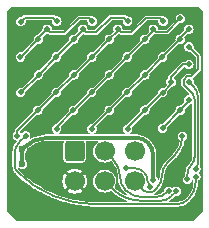
<source format=gbr>
%TF.GenerationSoftware,KiCad,Pcbnew,8.0.8*%
%TF.CreationDate,2025-02-26T00:32:30+01:00*%
%TF.ProjectId,matrixSAO,6d617472-6978-4534-914f-2e6b69636164,rev?*%
%TF.SameCoordinates,Original*%
%TF.FileFunction,Copper,L2,Bot*%
%TF.FilePolarity,Positive*%
%FSLAX46Y46*%
G04 Gerber Fmt 4.6, Leading zero omitted, Abs format (unit mm)*
G04 Created by KiCad (PCBNEW 8.0.8) date 2025-02-26 00:32:30*
%MOMM*%
%LPD*%
G01*
G04 APERTURE LIST*
G04 Aperture macros list*
%AMRoundRect*
0 Rectangle with rounded corners*
0 $1 Rounding radius*
0 $2 $3 $4 $5 $6 $7 $8 $9 X,Y pos of 4 corners*
0 Add a 4 corners polygon primitive as box body*
4,1,4,$2,$3,$4,$5,$6,$7,$8,$9,$2,$3,0*
0 Add four circle primitives for the rounded corners*
1,1,$1+$1,$2,$3*
1,1,$1+$1,$4,$5*
1,1,$1+$1,$6,$7*
1,1,$1+$1,$8,$9*
0 Add four rect primitives between the rounded corners*
20,1,$1+$1,$2,$3,$4,$5,0*
20,1,$1+$1,$4,$5,$6,$7,0*
20,1,$1+$1,$6,$7,$8,$9,0*
20,1,$1+$1,$8,$9,$2,$3,0*%
G04 Aperture macros list end*
%TA.AperFunction,ComponentPad*%
%ADD10RoundRect,0.250000X-0.600000X0.600000X-0.600000X-0.600000X0.600000X-0.600000X0.600000X0.600000X0*%
%TD*%
%TA.AperFunction,ComponentPad*%
%ADD11C,1.700000*%
%TD*%
%TA.AperFunction,ViaPad*%
%ADD12C,0.500000*%
%TD*%
%TA.AperFunction,ViaPad*%
%ADD13C,0.600000*%
%TD*%
%TA.AperFunction,Conductor*%
%ADD14C,0.150000*%
%TD*%
%TA.AperFunction,Conductor*%
%ADD15C,0.300000*%
%TD*%
%TA.AperFunction,Conductor*%
%ADD16C,0.200000*%
%TD*%
G04 APERTURE END LIST*
D10*
%TO.P,J1,1,Pin_1*%
%TO.N,+3.3V*%
X75460000Y-127900000D03*
D11*
%TO.P,J1,2,Pin_2*%
%TO.N,GND*%
X75460000Y-130440000D03*
%TO.P,J1,3,Pin_3*%
%TO.N,/SDA*%
X78000000Y-127900000D03*
%TO.P,J1,4,Pin_4*%
%TO.N,/SCL*%
X78000000Y-130440000D03*
%TO.P,J1,5,Pin_5*%
%TO.N,/IO1*%
X80540000Y-127900000D03*
%TO.P,J1,6,Pin_6*%
%TO.N,/IO0*%
X80540000Y-130440000D03*
%TD*%
D12*
%TO.N,/LED-Matrix/E*%
X79928449Y-126050000D03*
%TO.N,/LED-Matrix/F*%
X82901366Y-125969612D03*
%TO.N,/LED-Matrix/E*%
X83606355Y-122067648D03*
X82895046Y-122938351D03*
X81389441Y-124432678D03*
%TO.N,/LED-Matrix/F*%
X85128959Y-123566418D03*
X84389441Y-124432678D03*
%TO.N,/LED-Matrix/6*%
X73892904Y-119932413D03*
X72393172Y-121432391D03*
X70870279Y-122933601D03*
X75381296Y-118433183D03*
%TO.N,/LED-Matrix/8*%
X78382404Y-118433124D03*
X76893226Y-119932387D03*
X75393194Y-121432389D03*
X73885542Y-122932941D03*
X72332700Y-124432742D03*
D13*
%TO.N,GND*%
X76850000Y-131750000D03*
X76800000Y-129300000D03*
X78550000Y-131750000D03*
X71100000Y-131750000D03*
X74450000Y-131400000D03*
X74000000Y-130600000D03*
X74350000Y-129500000D03*
X72950000Y-129500000D03*
X72550000Y-130400000D03*
X71450000Y-131100000D03*
X70800000Y-130600000D03*
D12*
X83550000Y-129500000D03*
X84650000Y-131650000D03*
X84950000Y-131050000D03*
X84000000Y-129000000D03*
D13*
%TO.N,+3.3V*%
X71010000Y-128990000D03*
X71000000Y-127700000D03*
%TO.N,GND*%
X74000000Y-127600000D03*
X72625000Y-127450000D03*
X73175000Y-127950000D03*
D12*
%TO.N,+3.3V*%
X82090000Y-130325000D03*
%TO.N,/LED-Matrix/2*%
X70889441Y-116932678D03*
X73932506Y-116891735D03*
%TO.N,/LED-Matrix/4*%
X73111436Y-117567259D03*
X70854702Y-119933674D03*
X76935689Y-116894515D03*
X72381376Y-118433179D03*
%TO.N,/LED-Matrix/6*%
X85157053Y-122042947D03*
X79935689Y-116894515D03*
X76133430Y-117566327D03*
X85700000Y-129400000D03*
%TO.N,/LED-Matrix/7*%
X85700000Y-130050003D03*
X71300000Y-126600000D03*
%TO.N,/LED-Matrix/8*%
X85118624Y-119066821D03*
X70596446Y-126603554D03*
X82934376Y-116894254D03*
X79109712Y-117567383D03*
X85000000Y-130300000D03*
%TO.N,/LED-Matrix/A*%
X79886855Y-119932857D03*
X79774999Y-129346751D03*
X76880012Y-122933248D03*
X75347463Y-124433501D03*
X81848595Y-130928512D03*
X78386855Y-121432857D03*
X73917958Y-126025001D03*
X84397277Y-116663898D03*
X82109712Y-117567383D03*
X81385542Y-118432941D03*
%TO.N,/LED-Matrix/C*%
X79880012Y-122933248D03*
X81388959Y-121432713D03*
X84381376Y-118433179D03*
X82885542Y-119932941D03*
X76917958Y-126025001D03*
X78371806Y-124433562D03*
X85111436Y-117567259D03*
%TO.N,/LED-Matrix/E*%
X85117021Y-120566907D03*
%TO.N,/SCL*%
X84050000Y-131300000D03*
%TO.N,/IO0*%
X84575000Y-126635876D03*
%TO.N,/SDA*%
X83400000Y-131300000D03*
%TO.N,GND*%
X83000000Y-128500000D03*
%TD*%
D14*
%TO.N,/LED-Matrix/8*%
X85603959Y-128381098D02*
G75*
G02*
X85310580Y-129089422I-1001759J-2D01*
G01*
X85000000Y-129839225D02*
G75*
G02*
X85310563Y-129089405I1060400J25D01*
G01*
D15*
%TO.N,+3.3V*%
X71000000Y-128980000D02*
X71000000Y-127700000D01*
X71010000Y-128990000D02*
X71000000Y-128980000D01*
D16*
%TO.N,/LED-Matrix/6*%
X79641174Y-116600000D02*
X79935689Y-116894515D01*
X78500000Y-116600000D02*
X79641174Y-116600000D01*
X77250000Y-117850000D02*
X78500000Y-116600000D01*
X76417103Y-117850000D02*
X77250000Y-117850000D01*
X76133430Y-117566327D02*
X76417103Y-117850000D01*
D14*
%TO.N,/LED-Matrix/4*%
X73394177Y-117850000D02*
X73111436Y-117567259D01*
X74575000Y-117850000D02*
X73394177Y-117850000D01*
X75800000Y-116625000D02*
X74575000Y-117850000D01*
X76666174Y-116625000D02*
X75800000Y-116625000D01*
X76935689Y-116894515D02*
X76666174Y-116625000D01*
%TO.N,/LED-Matrix/6*%
X85700000Y-129400000D02*
G75*
G03*
X85903976Y-128907729I-492100J492300D01*
G01*
X85903959Y-123393490D02*
G75*
G03*
X85477108Y-122363032I-1457259J-10D01*
G01*
X85477123Y-122363017D02*
X85157053Y-122042947D01*
X85903959Y-128907729D02*
X85903959Y-123393490D01*
%TO.N,/LED-Matrix/8*%
X85429522Y-123062568D02*
G75*
G02*
X85603964Y-123483696I-421122J-421132D01*
G01*
X85000000Y-129839225D02*
X85000000Y-130300000D01*
X85603959Y-123483696D02*
X85603959Y-128381098D01*
X84682053Y-122315099D02*
X85429522Y-123062568D01*
X84682053Y-121846195D02*
X84682053Y-122315099D01*
X85332053Y-121567947D02*
X84960301Y-121567947D01*
X84960301Y-121567947D02*
X84682053Y-121846195D01*
X85925000Y-120975000D02*
X85332053Y-121567947D01*
X85925000Y-119873197D02*
X85925000Y-120975000D01*
X85118624Y-119066821D02*
X85925000Y-119873197D01*
%TO.N,/IO0*%
X84575000Y-126635876D02*
G75*
G02*
X83875588Y-128324412I-2387900J-24D01*
G01*
X82850000Y-129950650D02*
G75*
G02*
X83274747Y-128925301I1450100J-50D01*
G01*
X82850000Y-129950650D02*
G75*
G02*
X82391676Y-131057227I-1564900J-50D01*
G01*
X81883448Y-131403512D02*
G75*
G03*
X82159793Y-131288998I-48J390812D01*
G01*
X81710619Y-131403512D02*
G75*
G02*
X81357054Y-131257078I-19J500012D01*
G01*
%TO.N,/LED-Matrix/7*%
X85098006Y-131951994D02*
G75*
G02*
X84016425Y-132400013I-1081606J1081594D01*
G01*
X85700000Y-130498696D02*
G75*
G02*
X85098002Y-131951990I-2055200J-4D01*
G01*
%TO.N,/LED-Matrix/E*%
X79928449Y-125893670D02*
X79928449Y-126050000D01*
D16*
X81389441Y-124432678D02*
X79928449Y-125893670D01*
D15*
%TO.N,/LED-Matrix/F*%
X82901366Y-125969612D02*
X82901366Y-125920753D01*
D16*
X82901366Y-125920753D02*
X84389441Y-124432678D01*
%TO.N,/LED-Matrix/E*%
X83606355Y-121593645D02*
X84633093Y-120566907D01*
X83606355Y-122067648D02*
X83606355Y-121593645D01*
X84633093Y-120566907D02*
X85117021Y-120566907D01*
X82883768Y-122938351D02*
X81389441Y-124432678D01*
X82895046Y-122938351D02*
X82883768Y-122938351D01*
X83606355Y-122227042D02*
X82895046Y-122938351D01*
X83606355Y-122067648D02*
X83606355Y-122227042D01*
%TO.N,/LED-Matrix/F*%
X85128959Y-123566418D02*
X85128959Y-123693160D01*
X85128959Y-123693160D02*
X84389441Y-124432678D01*
%TO.N,/LED-Matrix/2*%
X73640771Y-116600000D02*
X73932506Y-116891735D01*
X70889441Y-116932678D02*
X71222119Y-116600000D01*
X71222119Y-116600000D02*
X73640771Y-116600000D01*
%TO.N,/LED-Matrix/6*%
X76133430Y-117681049D02*
X76133430Y-117566327D01*
X75381296Y-118433183D02*
X76133430Y-117681049D01*
X73892904Y-119921575D02*
X75381296Y-118433183D01*
X73892904Y-119932413D02*
X73892904Y-119921575D01*
X72393172Y-121432145D02*
X73892904Y-119932413D01*
X72393172Y-121432391D02*
X72393172Y-121432145D01*
X70870279Y-122933601D02*
X70891962Y-122933601D01*
X70891962Y-122933601D02*
X72393172Y-121432391D01*
D14*
%TO.N,/LED-Matrix/A*%
X82367329Y-117825000D02*
X82109712Y-117567383D01*
X83236175Y-117825000D02*
X82367329Y-117825000D01*
X84397277Y-116663898D02*
X83236175Y-117825000D01*
%TO.N,/LED-Matrix/8*%
X79392329Y-117850000D02*
X79109712Y-117567383D01*
X80250000Y-117850000D02*
X79392329Y-117850000D01*
X81475000Y-116625000D02*
X80250000Y-117850000D01*
X82665122Y-116625000D02*
X81475000Y-116625000D01*
X82934376Y-116894254D02*
X82665122Y-116625000D01*
D16*
X72385741Y-124432742D02*
X73885542Y-122932941D01*
X72332700Y-124432742D02*
X72385741Y-124432742D01*
X70596446Y-126168996D02*
X70596446Y-126603554D01*
X72332700Y-124432742D02*
X70596446Y-126168996D01*
D14*
X75386094Y-121432389D02*
X73885542Y-122932941D01*
X75393194Y-121432389D02*
X75386094Y-121432389D01*
X76893196Y-119932387D02*
X75393194Y-121432389D01*
X76893226Y-119932387D02*
X76893196Y-119932387D01*
X78382404Y-118443209D02*
X76893226Y-119932387D01*
X78382404Y-118433124D02*
X78382404Y-118443209D01*
X79109712Y-117705816D02*
X78382404Y-118433124D01*
X79109712Y-117567383D02*
X79109712Y-117705816D01*
%TO.N,/LED-Matrix/7*%
X84016425Y-132400000D02*
X77208760Y-132400000D01*
X85700000Y-130050003D02*
X85700000Y-130498696D01*
X70757282Y-127142718D02*
X71300000Y-126600000D01*
X70621385Y-129671385D02*
G75*
G02*
X70375026Y-129076559I594815J594785D01*
G01*
X70375000Y-128065629D02*
G75*
G02*
X70757266Y-127142702I1305200J29D01*
G01*
X70375000Y-129076559D02*
X70375000Y-128065629D01*
X77208760Y-132400000D02*
G75*
G02*
X70621399Y-129671371I40J9315900D01*
G01*
%TO.N,/IO0*%
X82159827Y-131289032D02*
X82391654Y-131057205D01*
X81710619Y-131403512D02*
X81883448Y-131403512D01*
X80540000Y-130440000D02*
X81357066Y-131257066D01*
X83274723Y-128925277D02*
X83875588Y-128324412D01*
%TO.N,/SCL*%
X81064129Y-132100000D02*
G75*
G02*
X78667110Y-131107152I-29J3389900D01*
G01*
X82749113Y-132100000D02*
G75*
G03*
X83641315Y-131730439I-13J1261800D01*
G01*
%TO.N,/SDA*%
X83400000Y-131300000D02*
G75*
G02*
X82192991Y-131799985I-1207000J1206900D01*
G01*
X79834488Y-131254768D02*
G75*
G03*
X81150794Y-131800015I1316312J1316268D01*
G01*
X79300000Y-130103830D02*
G75*
G03*
X78660909Y-128560937I-2181900J30D01*
G01*
X79300000Y-130103830D02*
G75*
G03*
X79735921Y-131156153I1488200J30D01*
G01*
%TO.N,+3.3V*%
X82090000Y-130325000D02*
X82000000Y-130235000D01*
%TO.N,/LED-Matrix/A*%
X81817202Y-130897119D02*
G75*
G02*
X81615040Y-130408934I488198J488119D01*
G01*
X81615000Y-130408934D02*
G75*
G03*
X81322124Y-129701810I-1000000J34D01*
G01*
X80571066Y-129365000D02*
G75*
G02*
X81278190Y-129657876I34J-1000000D01*
G01*
X80571066Y-129365000D02*
X79793248Y-129365000D01*
X79793248Y-129365000D02*
X79774999Y-129346751D01*
X81322107Y-129701827D02*
X81278173Y-129657893D01*
X81848595Y-130928512D02*
X81817202Y-130897119D01*
D16*
%TO.N,/LED-Matrix/2*%
X70889441Y-116932678D02*
X70930384Y-116891735D01*
D14*
%TO.N,/LED-Matrix/4*%
X70854702Y-119933674D02*
X70880881Y-119933674D01*
D16*
X72381376Y-118297319D02*
X73111436Y-117567259D01*
D14*
X70880881Y-119933674D02*
X72381376Y-118433179D01*
D16*
X72381376Y-118433179D02*
X72381376Y-118297319D01*
D14*
%TO.N,/LED-Matrix/A*%
X75379759Y-124433501D02*
X76880012Y-122933248D01*
X81385542Y-118432941D02*
X81467059Y-118432941D01*
X76880012Y-122933248D02*
X78380403Y-121432857D01*
X81405607Y-118432941D02*
X82109712Y-117728836D01*
X73917958Y-125863006D02*
X75347463Y-124433501D01*
X79886855Y-119931628D02*
X81385542Y-118432941D01*
X78386855Y-121432857D02*
X79886855Y-119932857D01*
X82109712Y-117728836D02*
X82109712Y-117567383D01*
X75347463Y-124433501D02*
X75379759Y-124433501D01*
X78380403Y-121432857D02*
X78386855Y-121432857D01*
X81385542Y-118432941D02*
X81405607Y-118432941D01*
X73917958Y-126025001D02*
X73917958Y-125863006D01*
X79886855Y-119932857D02*
X79886855Y-119931628D01*
%TO.N,/LED-Matrix/C*%
X76917958Y-125887410D02*
X78371806Y-124433562D01*
X82885542Y-119932941D02*
X84381376Y-118437107D01*
X76917958Y-126025001D02*
X76917958Y-125887410D01*
X82885542Y-119936130D02*
X82885542Y-119932941D01*
X79872120Y-122933248D02*
X79880012Y-122933248D01*
X81388959Y-121432713D02*
X82885542Y-119936130D01*
X79888424Y-122933248D02*
X81388959Y-121432713D01*
X84381376Y-118433179D02*
X84381376Y-118297319D01*
X79880012Y-122933248D02*
X79888424Y-122933248D01*
X84381376Y-118297319D02*
X85111436Y-117567259D01*
X78371806Y-124433562D02*
X79872120Y-122933248D01*
X84381376Y-118437107D02*
X84381376Y-118433179D01*
%TO.N,/SCL*%
X83641314Y-131730438D02*
X84050000Y-131321752D01*
X84050000Y-131321752D02*
X84050000Y-131300000D01*
X81064129Y-132100000D02*
X82749113Y-132100000D01*
X84124038Y-131294538D02*
X84124038Y-131257674D01*
X78000000Y-130440000D02*
X78667131Y-131107131D01*
%TO.N,/SDA*%
X78660923Y-128560923D02*
X78000000Y-127900000D01*
X82100000Y-131800000D02*
X81150794Y-131800000D01*
X82100000Y-131800000D02*
X82192991Y-131800000D01*
X79834488Y-131254768D02*
X79735897Y-131156177D01*
D15*
%TO.N,+3.3V*%
X82100000Y-128261831D02*
X82100000Y-130315000D01*
X71000000Y-127700000D02*
G75*
G02*
X73293391Y-126749984I2293400J-2293200D01*
G01*
X82100000Y-130315000D02*
X82090000Y-130325000D01*
X73293391Y-126750000D02*
X80588169Y-126750000D01*
X80588169Y-126750000D02*
G75*
G02*
X82100000Y-128261831I31J-1511800D01*
G01*
%TD*%
%TA.AperFunction,Conductor*%
%TO.N,GND*%
G36*
X74531438Y-127037781D02*
G01*
X74548719Y-127079500D01*
X74542724Y-127105412D01*
X74499993Y-127192819D01*
X74499993Y-127192821D01*
X74489500Y-127264839D01*
X74489500Y-127264840D01*
X74489500Y-127264843D01*
X74489500Y-128535155D01*
X74499993Y-128607180D01*
X74554298Y-128718263D01*
X74554299Y-128718265D01*
X74554300Y-128718266D01*
X74641734Y-128805700D01*
X74752821Y-128860007D01*
X74824839Y-128870500D01*
X76095160Y-128870499D01*
X76167179Y-128860007D01*
X76278266Y-128805700D01*
X76365700Y-128718266D01*
X76420007Y-128607179D01*
X76430500Y-128535161D01*
X76430499Y-127264840D01*
X76420007Y-127192821D01*
X76384640Y-127120476D01*
X76377276Y-127105413D01*
X76374478Y-127060343D01*
X76404368Y-127026495D01*
X76430281Y-127020500D01*
X77376971Y-127020500D01*
X77418690Y-127037781D01*
X77435971Y-127079500D01*
X77418690Y-127121219D01*
X77414400Y-127125108D01*
X77310431Y-127210431D01*
X77189151Y-127358213D01*
X77189150Y-127358214D01*
X77099040Y-127526799D01*
X77099034Y-127526813D01*
X77043542Y-127709745D01*
X77043541Y-127709748D01*
X77024804Y-127900000D01*
X77043541Y-128090251D01*
X77043542Y-128090254D01*
X77099034Y-128273186D01*
X77099040Y-128273200D01*
X77189150Y-128441785D01*
X77189151Y-128441786D01*
X77310431Y-128589568D01*
X77385754Y-128651383D01*
X77458210Y-128710846D01*
X77458211Y-128710846D01*
X77458213Y-128710848D01*
X77458214Y-128710849D01*
X77626799Y-128800959D01*
X77626802Y-128800960D01*
X77626809Y-128800964D01*
X77685409Y-128818740D01*
X77809745Y-128856457D01*
X77809748Y-128856458D01*
X77826806Y-128858137D01*
X78000000Y-128875196D01*
X78190251Y-128856458D01*
X78373191Y-128800964D01*
X78495025Y-128735841D01*
X78539963Y-128731415D01*
X78566829Y-128748560D01*
X78668918Y-128862794D01*
X78673044Y-128867967D01*
X78798122Y-129044245D01*
X78801642Y-129049847D01*
X78906195Y-129239018D01*
X78909066Y-129244980D01*
X78991780Y-129444668D01*
X78993965Y-129450913D01*
X79053800Y-129658607D01*
X79055272Y-129665058D01*
X79091475Y-129878142D01*
X79092216Y-129884717D01*
X79104374Y-130101268D01*
X79104467Y-130104574D01*
X79104468Y-130214192D01*
X79133283Y-130433022D01*
X79152793Y-130505826D01*
X79190416Y-130646222D01*
X79206746Y-130685644D01*
X79272249Y-130843771D01*
X79274887Y-130850138D01*
X79385253Y-131041283D01*
X79385256Y-131041288D01*
X79519618Y-131216381D01*
X79519626Y-131216390D01*
X79584656Y-131281415D01*
X79584655Y-131281415D01*
X79584657Y-131281416D01*
X79727932Y-131424692D01*
X79728045Y-131424784D01*
X79777931Y-131474672D01*
X79777939Y-131474679D01*
X79777941Y-131474681D01*
X79863389Y-131542825D01*
X79885232Y-131582348D01*
X79872731Y-131625739D01*
X79833208Y-131647582D01*
X79801378Y-131642289D01*
X79560915Y-131528561D01*
X79555809Y-131525831D01*
X79299856Y-131372424D01*
X79291909Y-131367661D01*
X79287097Y-131364447D01*
X79287094Y-131364445D01*
X79175487Y-131281673D01*
X79039949Y-131181153D01*
X79035474Y-131177480D01*
X78847805Y-131007392D01*
X78828497Y-130966571D01*
X78835392Y-130935865D01*
X78900964Y-130813191D01*
X78956458Y-130630251D01*
X78975196Y-130440000D01*
X78956458Y-130249749D01*
X78951729Y-130234161D01*
X78912090Y-130103488D01*
X78900964Y-130066809D01*
X78900959Y-130066799D01*
X78810849Y-129898214D01*
X78810848Y-129898213D01*
X78799772Y-129884717D01*
X78762434Y-129839220D01*
X78689568Y-129750431D01*
X78574357Y-129655881D01*
X78541790Y-129629154D01*
X78541789Y-129629153D01*
X78541786Y-129629151D01*
X78541785Y-129629150D01*
X78373200Y-129539040D01*
X78373186Y-129539034D01*
X78190254Y-129483542D01*
X78190251Y-129483541D01*
X78000000Y-129464804D01*
X77809748Y-129483541D01*
X77809745Y-129483542D01*
X77626813Y-129539034D01*
X77626799Y-129539040D01*
X77458214Y-129629150D01*
X77458213Y-129629151D01*
X77310431Y-129750431D01*
X77189151Y-129898213D01*
X77189150Y-129898214D01*
X77099040Y-130066799D01*
X77099034Y-130066813D01*
X77043542Y-130249745D01*
X77043541Y-130249748D01*
X77024804Y-130440000D01*
X77043541Y-130630251D01*
X77043542Y-130630254D01*
X77099034Y-130813186D01*
X77099040Y-130813200D01*
X77189150Y-130981785D01*
X77189151Y-130981786D01*
X77310431Y-131129568D01*
X77390699Y-131195441D01*
X77458210Y-131250846D01*
X77458211Y-131250846D01*
X77458213Y-131250848D01*
X77458214Y-131250849D01*
X77626799Y-131340959D01*
X77626802Y-131340960D01*
X77626809Y-131340964D01*
X77704265Y-131364460D01*
X77809745Y-131396457D01*
X77809748Y-131396458D01*
X77826806Y-131398137D01*
X78000000Y-131415196D01*
X78190251Y-131396458D01*
X78373191Y-131340964D01*
X78498335Y-131274072D01*
X78543272Y-131269646D01*
X78567865Y-131284386D01*
X78644872Y-131361391D01*
X78653422Y-131369941D01*
X78925739Y-131593419D01*
X79078560Y-131695528D01*
X79218641Y-131789125D01*
X79218643Y-131789126D01*
X79218649Y-131789130D01*
X79529331Y-131955189D01*
X79854794Y-132089996D01*
X79856132Y-132090550D01*
X79855911Y-132091082D01*
X79888119Y-132120268D01*
X79890341Y-132165370D01*
X79860019Y-132198832D01*
X79834787Y-132204500D01*
X77209650Y-132204500D01*
X77207868Y-132204473D01*
X76659867Y-132187911D01*
X76656309Y-132187696D01*
X76111180Y-132138156D01*
X76107642Y-132137726D01*
X75566519Y-132055367D01*
X75563014Y-132054725D01*
X75552672Y-132052505D01*
X75458167Y-132032217D01*
X75027836Y-131939839D01*
X75024375Y-131938986D01*
X74497115Y-131791998D01*
X74493713Y-131790938D01*
X74488474Y-131789130D01*
X73976283Y-131612379D01*
X73972962Y-131611120D01*
X73786750Y-131533987D01*
X73467253Y-131401644D01*
X73464003Y-131400181D01*
X72971877Y-131160559D01*
X72968722Y-131158903D01*
X72491959Y-130890003D01*
X72488909Y-130888159D01*
X72029258Y-130590967D01*
X72026325Y-130588942D01*
X71823910Y-130440000D01*
X74404919Y-130440000D01*
X74425191Y-130645836D01*
X74425192Y-130645838D01*
X74485230Y-130843757D01*
X74485236Y-130843771D01*
X74582728Y-131026167D01*
X74582729Y-131026168D01*
X74618325Y-131069541D01*
X75016329Y-130671538D01*
X75059901Y-130747007D01*
X75152993Y-130840099D01*
X75228460Y-130883670D01*
X74830456Y-131281673D01*
X74830457Y-131281674D01*
X74873824Y-131317265D01*
X74873832Y-131317271D01*
X75056228Y-131414763D01*
X75056242Y-131414769D01*
X75254161Y-131474807D01*
X75254163Y-131474808D01*
X75460000Y-131495080D01*
X75665836Y-131474808D01*
X75665838Y-131474807D01*
X75863757Y-131414769D01*
X75863771Y-131414763D01*
X76046167Y-131317271D01*
X76046169Y-131317269D01*
X76089542Y-131281674D01*
X76089542Y-131281673D01*
X75691539Y-130883670D01*
X75767007Y-130840099D01*
X75860099Y-130747007D01*
X75903670Y-130671539D01*
X76301673Y-131069542D01*
X76301674Y-131069542D01*
X76337269Y-131026169D01*
X76337271Y-131026167D01*
X76434763Y-130843771D01*
X76434769Y-130843757D01*
X76494807Y-130645838D01*
X76494808Y-130645836D01*
X76515080Y-130440000D01*
X76494808Y-130234163D01*
X76494807Y-130234161D01*
X76434769Y-130036242D01*
X76434763Y-130036228D01*
X76337271Y-129853832D01*
X76337265Y-129853824D01*
X76301674Y-129810457D01*
X76301673Y-129810456D01*
X75903669Y-130208459D01*
X75860099Y-130132993D01*
X75767007Y-130039901D01*
X75691538Y-129996329D01*
X76089542Y-129598325D01*
X76046168Y-129562729D01*
X76046167Y-129562728D01*
X75863771Y-129465236D01*
X75863757Y-129465230D01*
X75665838Y-129405192D01*
X75665836Y-129405191D01*
X75460000Y-129384919D01*
X75254163Y-129405191D01*
X75254161Y-129405192D01*
X75056242Y-129465230D01*
X75056228Y-129465236D01*
X74873832Y-129562729D01*
X74873826Y-129562733D01*
X74830456Y-129598324D01*
X75228460Y-129996329D01*
X75152993Y-130039901D01*
X75059901Y-130132993D01*
X75016329Y-130208460D01*
X74618324Y-129810456D01*
X74582733Y-129853826D01*
X74582729Y-129853832D01*
X74485236Y-130036228D01*
X74485230Y-130036242D01*
X74425192Y-130234161D01*
X74425191Y-130234163D01*
X74404919Y-130440000D01*
X71823910Y-130440000D01*
X71585445Y-130264531D01*
X71582639Y-130262333D01*
X71567538Y-130249748D01*
X71449127Y-130151062D01*
X71162168Y-129911906D01*
X71159501Y-129909543D01*
X70828892Y-129598324D01*
X70762287Y-129535625D01*
X70757123Y-129530097D01*
X70683016Y-129439790D01*
X70676591Y-129430174D01*
X70658656Y-129396618D01*
X70654231Y-129351679D01*
X70682879Y-129316773D01*
X70727818Y-129312348D01*
X70752409Y-129327088D01*
X70759750Y-129334429D01*
X70759753Y-129334431D01*
X70759755Y-129334433D01*
X70759757Y-129334434D01*
X70878433Y-129394903D01*
X70878435Y-129394903D01*
X70878438Y-129394905D01*
X71010000Y-129415742D01*
X71141562Y-129394905D01*
X71260245Y-129334433D01*
X71354433Y-129240245D01*
X71414905Y-129121562D01*
X71435742Y-128990000D01*
X71414905Y-128858438D01*
X71414903Y-128858435D01*
X71414903Y-128858433D01*
X71354434Y-128739757D01*
X71354429Y-128739750D01*
X71287781Y-128673102D01*
X71270500Y-128631383D01*
X71270500Y-128048616D01*
X71287781Y-128006897D01*
X71344433Y-127950245D01*
X71404905Y-127831562D01*
X71425246Y-127703129D01*
X71448369Y-127664974D01*
X71639450Y-127523249D01*
X71644233Y-127520053D01*
X71889530Y-127373017D01*
X71894597Y-127370309D01*
X72153116Y-127248031D01*
X72158444Y-127245824D01*
X72427701Y-127149476D01*
X72433210Y-127147804D01*
X72710621Y-127078311D01*
X72716274Y-127077187D01*
X72999148Y-127035224D01*
X73004871Y-127034660D01*
X73291642Y-127020571D01*
X73294537Y-127020500D01*
X73341088Y-127020500D01*
X74489719Y-127020500D01*
X74531438Y-127037781D01*
G37*
%TD.AperFunction*%
%TA.AperFunction,Conductor*%
G36*
X85934231Y-115717781D02*
G01*
X86282219Y-116065769D01*
X86299500Y-116107488D01*
X86299500Y-132892512D01*
X86282219Y-132934231D01*
X85434231Y-133782219D01*
X85392512Y-133799500D01*
X70607488Y-133799500D01*
X70565769Y-133782219D01*
X69717781Y-132934231D01*
X69700500Y-132892512D01*
X69700500Y-127967272D01*
X70179498Y-127967272D01*
X70179500Y-128044434D01*
X70179500Y-129121132D01*
X70179523Y-129121373D01*
X70179522Y-129158141D01*
X70179522Y-129158144D01*
X70205041Y-129319308D01*
X70205043Y-129319317D01*
X70255461Y-129474511D01*
X70316166Y-129593659D01*
X70329539Y-129619907D01*
X70342932Y-129638342D01*
X70424364Y-129750432D01*
X70425450Y-129751926D01*
X70455646Y-129782124D01*
X70455647Y-129782125D01*
X70473859Y-129800338D01*
X70483140Y-129809619D01*
X70483141Y-129809621D01*
X70483142Y-129809621D01*
X70497147Y-129823627D01*
X70514654Y-129841134D01*
X70514809Y-129841261D01*
X70686383Y-130012838D01*
X71116633Y-130394013D01*
X71569113Y-130748515D01*
X72042171Y-131075050D01*
X72121135Y-131122786D01*
X72534079Y-131372424D01*
X72577688Y-131395312D01*
X73043052Y-131639558D01*
X73269906Y-131741659D01*
X73567218Y-131875472D01*
X73643694Y-131904476D01*
X74104679Y-132079308D01*
X74229193Y-132118109D01*
X74653429Y-132250310D01*
X74653451Y-132250316D01*
X74653463Y-132250320D01*
X74653470Y-132250321D01*
X74653478Y-132250324D01*
X75211552Y-132387881D01*
X75211557Y-132387882D01*
X75211568Y-132387884D01*
X75211572Y-132387885D01*
X75776968Y-132491501D01*
X76347589Y-132560789D01*
X76347612Y-132560790D01*
X76347618Y-132560791D01*
X76590538Y-132575485D01*
X76921353Y-132595498D01*
X77158137Y-132595498D01*
X77158141Y-132595500D01*
X83977539Y-132595500D01*
X83977541Y-132595501D01*
X83991975Y-132595500D01*
X83992005Y-132595512D01*
X84016428Y-132595512D01*
X84016428Y-132595513D01*
X84129497Y-132595512D01*
X84353698Y-132565992D01*
X84572129Y-132507460D01*
X84781051Y-132420919D01*
X84781054Y-132420917D01*
X84781055Y-132420917D01*
X84976881Y-132307854D01*
X84976880Y-132307854D01*
X84976890Y-132307849D01*
X85156295Y-132170185D01*
X85226011Y-132100466D01*
X85236241Y-132090238D01*
X85236240Y-132090237D01*
X85236246Y-132090232D01*
X85236246Y-132090233D01*
X85239556Y-132086922D01*
X85253517Y-132072965D01*
X85253521Y-132072957D01*
X85263743Y-132062735D01*
X85263743Y-132062733D01*
X85268584Y-132057893D01*
X85268607Y-132057863D01*
X85325619Y-132000856D01*
X85483244Y-131803210D01*
X85617748Y-131589158D01*
X85727440Y-131361392D01*
X85810938Y-131122776D01*
X85867194Y-130876311D01*
X85895500Y-130625097D01*
X85895500Y-130498696D01*
X85895500Y-130459808D01*
X85895500Y-130436036D01*
X85912781Y-130394317D01*
X85927712Y-130383468D01*
X85938342Y-130378053D01*
X86028050Y-130288345D01*
X86085646Y-130175307D01*
X86105492Y-130050003D01*
X86085646Y-129924699D01*
X86085644Y-129924696D01*
X86085644Y-129924694D01*
X86028051Y-129811663D01*
X86028049Y-129811660D01*
X86016724Y-129800335D01*
X85983108Y-129766719D01*
X85965828Y-129725002D01*
X85983106Y-129683284D01*
X86028050Y-129638342D01*
X86085646Y-129525304D01*
X86105492Y-129400000D01*
X86085646Y-129274696D01*
X86060376Y-129225103D01*
X86056833Y-129180092D01*
X86077487Y-129116552D01*
X86099455Y-128977919D01*
X86099455Y-128954642D01*
X86099459Y-128954624D01*
X86099459Y-128907721D01*
X86099461Y-128868850D01*
X86099459Y-128868847D01*
X86099460Y-128863234D01*
X86099459Y-128863212D01*
X86099459Y-123417948D01*
X86099479Y-123417897D01*
X86099479Y-123393489D01*
X86099480Y-123393489D01*
X86099479Y-123285157D01*
X86071196Y-123070347D01*
X86015116Y-122861066D01*
X86015115Y-122861063D01*
X86015112Y-122861055D01*
X85932201Y-122660901D01*
X85932198Y-122660895D01*
X85900246Y-122605554D01*
X85823863Y-122473262D01*
X85691962Y-122301374D01*
X85615358Y-122224774D01*
X85566162Y-122175578D01*
X85548881Y-122133859D01*
X85549606Y-122124638D01*
X85562545Y-122042947D01*
X85542699Y-121917643D01*
X85542697Y-121917640D01*
X85542697Y-121917638D01*
X85485104Y-121804607D01*
X85485099Y-121804600D01*
X85470208Y-121789709D01*
X85452927Y-121747990D01*
X85470208Y-121706271D01*
X85774270Y-121402209D01*
X86090737Y-121085742D01*
X86120500Y-121013887D01*
X86120500Y-120936112D01*
X86120500Y-119834310D01*
X86114747Y-119820422D01*
X86090737Y-119762456D01*
X86090737Y-119762455D01*
X86035742Y-119707460D01*
X85527733Y-119199451D01*
X85510452Y-119157732D01*
X85511177Y-119148512D01*
X85524116Y-119066821D01*
X85504270Y-118941517D01*
X85504268Y-118941514D01*
X85504268Y-118941512D01*
X85446675Y-118828481D01*
X85446670Y-118828474D01*
X85356970Y-118738774D01*
X85356963Y-118738769D01*
X85243932Y-118681176D01*
X85243928Y-118681175D01*
X85118624Y-118661329D01*
X84993319Y-118681175D01*
X84993315Y-118681176D01*
X84880284Y-118738769D01*
X84880277Y-118738774D01*
X84790577Y-118828474D01*
X84790572Y-118828481D01*
X84732979Y-118941512D01*
X84732978Y-118941516D01*
X84713132Y-119066821D01*
X84732978Y-119192125D01*
X84732979Y-119192129D01*
X84790572Y-119305160D01*
X84790577Y-119305167D01*
X84880277Y-119394867D01*
X84880280Y-119394869D01*
X84880282Y-119394871D01*
X84880284Y-119394872D01*
X84993315Y-119452465D01*
X84993317Y-119452465D01*
X84993320Y-119452467D01*
X85118624Y-119472313D01*
X85200307Y-119459375D01*
X85244214Y-119469917D01*
X85251254Y-119475930D01*
X85712219Y-119936895D01*
X85729500Y-119978614D01*
X85729500Y-120869583D01*
X85712219Y-120911302D01*
X85268355Y-121355166D01*
X85226636Y-121372447D01*
X84921411Y-121372447D01*
X84849560Y-121402209D01*
X84849557Y-121402211D01*
X84516317Y-121735451D01*
X84516315Y-121735454D01*
X84486553Y-121807305D01*
X84486553Y-122353988D01*
X84516315Y-122425839D01*
X84516317Y-122425842D01*
X85152781Y-123062306D01*
X85170062Y-123104025D01*
X85152781Y-123145744D01*
X85120292Y-123162298D01*
X85029428Y-123176690D01*
X85003655Y-123180772D01*
X85003650Y-123180773D01*
X84890619Y-123238366D01*
X84890612Y-123238371D01*
X84800912Y-123328071D01*
X84800907Y-123328078D01*
X84743314Y-123441109D01*
X84743313Y-123441113D01*
X84743313Y-123441114D01*
X84723467Y-123566418D01*
X84743313Y-123691722D01*
X84743313Y-123691723D01*
X84743314Y-123691724D01*
X84743314Y-123691726D01*
X84749251Y-123703377D01*
X84752794Y-123748395D01*
X84738401Y-123771882D01*
X84491550Y-124018733D01*
X84449831Y-124036014D01*
X84440603Y-124035288D01*
X84389442Y-124027186D01*
X84389441Y-124027186D01*
X84333703Y-124036014D01*
X84264136Y-124047032D01*
X84264132Y-124047033D01*
X84151101Y-124104626D01*
X84151094Y-124104631D01*
X84061394Y-124194331D01*
X84061389Y-124194338D01*
X84003796Y-124307369D01*
X84003795Y-124307373D01*
X83999007Y-124337607D01*
X83984790Y-124427372D01*
X83983949Y-124432679D01*
X83992051Y-124483840D01*
X83981508Y-124527749D01*
X83975496Y-124534787D01*
X82961296Y-125548987D01*
X82919577Y-125566268D01*
X82910351Y-125565542D01*
X82901369Y-125564120D01*
X82901367Y-125564120D01*
X82901366Y-125564120D01*
X82807388Y-125579004D01*
X82776061Y-125583966D01*
X82776057Y-125583967D01*
X82663026Y-125641560D01*
X82663019Y-125641565D01*
X82573319Y-125731265D01*
X82573314Y-125731272D01*
X82515721Y-125844303D01*
X82515720Y-125844307D01*
X82495874Y-125969612D01*
X82515720Y-126094916D01*
X82515721Y-126094920D01*
X82573314Y-126207951D01*
X82573319Y-126207958D01*
X82663019Y-126297658D01*
X82663022Y-126297660D01*
X82663024Y-126297662D01*
X82663026Y-126297663D01*
X82776057Y-126355256D01*
X82776059Y-126355256D01*
X82776062Y-126355258D01*
X82901366Y-126375104D01*
X83026670Y-126355258D01*
X83031000Y-126353052D01*
X83045935Y-126345442D01*
X83139708Y-126297662D01*
X83229416Y-126207954D01*
X83287012Y-126094916D01*
X83306858Y-125969612D01*
X83292074Y-125876269D01*
X83302616Y-125832362D01*
X83308623Y-125825328D01*
X84287331Y-124846620D01*
X84329049Y-124829340D01*
X84338270Y-124830065D01*
X84389441Y-124838170D01*
X84514745Y-124818324D01*
X84627783Y-124760728D01*
X84717491Y-124671020D01*
X84775087Y-124557982D01*
X84794933Y-124432678D01*
X84786829Y-124381514D01*
X84797371Y-124337607D01*
X84803378Y-124330573D01*
X85154714Y-123979237D01*
X85187200Y-123962684D01*
X85254263Y-123952064D01*
X85322673Y-123917206D01*
X85367690Y-123913663D01*
X85402028Y-123942990D01*
X85408459Y-123969776D01*
X85408459Y-128378781D01*
X85408277Y-128383410D01*
X85398898Y-128502588D01*
X85397450Y-128511732D01*
X85370085Y-128625722D01*
X85367224Y-128634526D01*
X85322369Y-128742822D01*
X85318167Y-128751071D01*
X85256917Y-128851029D01*
X85251475Y-128858519D01*
X85174035Y-128949196D01*
X85170891Y-128952598D01*
X85102430Y-129021063D01*
X84986238Y-129180997D01*
X84896501Y-129357128D01*
X84896496Y-129357140D01*
X84835419Y-129545134D01*
X84835418Y-129545138D01*
X84835418Y-129545140D01*
X84806936Y-129724999D01*
X84804498Y-129740391D01*
X84804498Y-129740392D01*
X84804500Y-129823627D01*
X84804500Y-129913965D01*
X84787219Y-129955684D01*
X84772288Y-129966533D01*
X84761659Y-129971949D01*
X84761653Y-129971953D01*
X84671953Y-130061653D01*
X84671948Y-130061660D01*
X84614355Y-130174691D01*
X84614354Y-130174695D01*
X84594508Y-130300000D01*
X84614354Y-130425304D01*
X84614355Y-130425308D01*
X84671948Y-130538339D01*
X84671953Y-130538346D01*
X84761653Y-130628046D01*
X84761656Y-130628048D01*
X84761658Y-130628050D01*
X84761660Y-130628051D01*
X84874691Y-130685644D01*
X84874693Y-130685644D01*
X84874696Y-130685646D01*
X85000000Y-130705492D01*
X85125304Y-130685646D01*
X85238342Y-130628050D01*
X85328050Y-130538342D01*
X85385646Y-130425304D01*
X85385646Y-130425299D01*
X85387081Y-130420886D01*
X85388387Y-130421310D01*
X85409135Y-130387449D01*
X85453044Y-130376905D01*
X85470586Y-130382602D01*
X85472273Y-130383461D01*
X85501608Y-130417790D01*
X85504500Y-130436036D01*
X85504500Y-130496759D01*
X85504374Y-130500618D01*
X85488841Y-130737591D01*
X85487833Y-130745243D01*
X85441883Y-130976244D01*
X85439886Y-130983699D01*
X85364170Y-131206742D01*
X85361216Y-131213872D01*
X85257040Y-131425111D01*
X85253181Y-131431795D01*
X85122321Y-131627631D01*
X85117623Y-131633753D01*
X84962286Y-131810873D01*
X84956829Y-131816329D01*
X84831468Y-131926268D01*
X84825346Y-131930966D01*
X84686682Y-132023621D01*
X84679998Y-132027480D01*
X84530430Y-132101240D01*
X84523301Y-132104194D01*
X84365367Y-132157808D01*
X84357912Y-132159805D01*
X84194353Y-132192341D01*
X84186702Y-132193349D01*
X84018542Y-132204374D01*
X84014682Y-132204500D01*
X83517387Y-132204500D01*
X83475668Y-132187219D01*
X83458387Y-132145500D01*
X83475668Y-132103781D01*
X83487883Y-132094406D01*
X83560460Y-132052505D01*
X83712013Y-131936217D01*
X83743755Y-131904473D01*
X83743758Y-131904472D01*
X83752055Y-131896175D01*
X83752056Y-131896175D01*
X83936148Y-131712081D01*
X83977865Y-131694802D01*
X83987086Y-131695527D01*
X84050000Y-131705492D01*
X84175304Y-131685646D01*
X84288342Y-131628050D01*
X84378050Y-131538342D01*
X84435646Y-131425304D01*
X84455492Y-131300000D01*
X84435646Y-131174696D01*
X84435644Y-131174693D01*
X84435644Y-131174691D01*
X84378051Y-131061660D01*
X84378046Y-131061653D01*
X84288346Y-130971953D01*
X84288339Y-130971948D01*
X84175308Y-130914355D01*
X84175304Y-130914354D01*
X84050000Y-130894508D01*
X83924695Y-130914354D01*
X83924691Y-130914355D01*
X83811660Y-130971948D01*
X83811653Y-130971953D01*
X83766719Y-131016888D01*
X83725000Y-131034169D01*
X83683281Y-131016888D01*
X83638346Y-130971953D01*
X83638339Y-130971948D01*
X83525308Y-130914355D01*
X83525304Y-130914354D01*
X83400000Y-130894508D01*
X83274695Y-130914354D01*
X83274691Y-130914355D01*
X83161660Y-130971948D01*
X83161653Y-130971953D01*
X83071953Y-131061653D01*
X83071948Y-131061660D01*
X83014355Y-131174691D01*
X83014354Y-131174695D01*
X82994508Y-131300001D01*
X82998824Y-131327253D01*
X82988281Y-131371161D01*
X82973330Y-131385537D01*
X82951945Y-131399827D01*
X82945261Y-131403686D01*
X82774878Y-131487714D01*
X82767748Y-131490668D01*
X82587847Y-131551740D01*
X82580391Y-131553737D01*
X82394075Y-131590798D01*
X82386424Y-131591806D01*
X82257655Y-131600246D01*
X82214895Y-131585731D01*
X82194922Y-131545231D01*
X82209437Y-131502471D01*
X82221005Y-131492324D01*
X82257257Y-131468093D01*
X82294949Y-131430389D01*
X82294951Y-131430391D01*
X82294954Y-131430383D01*
X82512593Y-131212743D01*
X82512671Y-131212711D01*
X82529918Y-131195463D01*
X82611505Y-131113872D01*
X82751984Y-130930788D01*
X82783435Y-130876311D01*
X82867360Y-130730939D01*
X82867359Y-130730939D01*
X82867363Y-130730934D01*
X82955668Y-130517730D01*
X83015389Y-130294823D01*
X83045503Y-130066028D01*
X83045500Y-129952974D01*
X83045682Y-129948343D01*
X83049629Y-129898212D01*
X83060589Y-129759014D01*
X83062035Y-129749889D01*
X83105833Y-129567480D01*
X83108689Y-129558690D01*
X83180483Y-129385379D01*
X83184681Y-129377140D01*
X83282703Y-129217191D01*
X83288141Y-129209709D01*
X83297218Y-129199082D01*
X83411781Y-129064951D01*
X83414894Y-129061583D01*
X83433237Y-129043242D01*
X83440457Y-129036023D01*
X83440457Y-129036022D01*
X83448748Y-129027733D01*
X83448754Y-129027723D01*
X83978029Y-128498447D01*
X83978036Y-128498443D01*
X83996546Y-128479933D01*
X84013826Y-128462652D01*
X84013827Y-128462653D01*
X84116417Y-128360064D01*
X84297335Y-128133202D01*
X84451714Y-127887511D01*
X84577613Y-127626079D01*
X84673449Y-127352194D01*
X84738015Y-127069301D01*
X84742467Y-127029776D01*
X84764308Y-126990254D01*
X84774299Y-126983818D01*
X84813342Y-126963926D01*
X84903050Y-126874218D01*
X84960646Y-126761180D01*
X84980492Y-126635876D01*
X84960646Y-126510572D01*
X84960644Y-126510569D01*
X84960644Y-126510567D01*
X84903051Y-126397536D01*
X84903046Y-126397529D01*
X84813346Y-126307829D01*
X84813339Y-126307824D01*
X84700308Y-126250231D01*
X84700304Y-126250230D01*
X84575000Y-126230384D01*
X84449695Y-126250230D01*
X84449691Y-126250231D01*
X84336660Y-126307824D01*
X84336653Y-126307829D01*
X84246953Y-126397529D01*
X84246948Y-126397536D01*
X84189355Y-126510567D01*
X84189354Y-126510571D01*
X84169508Y-126635876D01*
X84189354Y-126761180D01*
X84189355Y-126761184D01*
X84246948Y-126874215D01*
X84246950Y-126874218D01*
X84327952Y-126955220D01*
X84345233Y-126996939D01*
X84344399Y-127006822D01*
X84325089Y-127120476D01*
X84323617Y-127126926D01*
X84257389Y-127356812D01*
X84255204Y-127363057D01*
X84163650Y-127584087D01*
X84160779Y-127590048D01*
X84045061Y-127799426D01*
X84041541Y-127805029D01*
X83903099Y-128000142D01*
X83898974Y-128005315D01*
X83738451Y-128184939D01*
X83736177Y-128187343D01*
X83709852Y-128213668D01*
X83709851Y-128213670D01*
X83105054Y-128818465D01*
X83104828Y-128818740D01*
X83060245Y-128863321D01*
X83060237Y-128863330D01*
X82928923Y-129034453D01*
X82928921Y-129034456D01*
X82821058Y-129221268D01*
X82821057Y-129221270D01*
X82738503Y-129420560D01*
X82738502Y-129420561D01*
X82682667Y-129628917D01*
X82682666Y-129628925D01*
X82654503Y-129842788D01*
X82654501Y-129907003D01*
X82654499Y-129907031D01*
X82654499Y-129948722D01*
X82654373Y-129952579D01*
X82643042Y-130125540D01*
X82642035Y-130133192D01*
X82608601Y-130301303D01*
X82606608Y-130308744D01*
X82605870Y-130310920D01*
X82576105Y-130344878D01*
X82531046Y-130347844D01*
X82497088Y-130318079D01*
X82491722Y-130301200D01*
X82489686Y-130288345D01*
X82475646Y-130199696D01*
X82475644Y-130199692D01*
X82475644Y-130199691D01*
X82418051Y-130086660D01*
X82418046Y-130086653D01*
X82387781Y-130056388D01*
X82370500Y-130014669D01*
X82370500Y-128255495D01*
X82370501Y-128213668D01*
X82370503Y-128134361D01*
X82334223Y-127882003D01*
X82320814Y-127836335D01*
X82262402Y-127637392D01*
X82262398Y-127637378D01*
X82156490Y-127405464D01*
X82153276Y-127400463D01*
X82018658Y-127190990D01*
X82018654Y-127190984D01*
X81958202Y-127121219D01*
X81851696Y-126998304D01*
X81659016Y-126831346D01*
X81659015Y-126831345D01*
X81659009Y-126831341D01*
X81444542Y-126693513D01*
X81444538Y-126693511D01*
X81416958Y-126680916D01*
X81212622Y-126587602D01*
X81212616Y-126587600D01*
X81212607Y-126587597D01*
X80968001Y-126515777D01*
X80867053Y-126501265D01*
X80715639Y-126479497D01*
X80715633Y-126479497D01*
X80588163Y-126479500D01*
X80207780Y-126479500D01*
X80166061Y-126462219D01*
X80148780Y-126420500D01*
X80166061Y-126378781D01*
X80256495Y-126288346D01*
X80256499Y-126288342D01*
X80314095Y-126175304D01*
X80333941Y-126050000D01*
X80314095Y-125924696D01*
X80314094Y-125924694D01*
X80314094Y-125924693D01*
X80298168Y-125893438D01*
X80294625Y-125848420D01*
X80309016Y-125824935D01*
X81287331Y-124846620D01*
X81329049Y-124829340D01*
X81338270Y-124830065D01*
X81389441Y-124838170D01*
X81514745Y-124818324D01*
X81627783Y-124760728D01*
X81717491Y-124671020D01*
X81775087Y-124557982D01*
X81794933Y-124432678D01*
X81786829Y-124381514D01*
X81797371Y-124337607D01*
X81803378Y-124330573D01*
X82783200Y-123350751D01*
X82824918Y-123333471D01*
X82834140Y-123334196D01*
X82895046Y-123343843D01*
X83020350Y-123323997D01*
X83133388Y-123266401D01*
X83223096Y-123176693D01*
X83280692Y-123063655D01*
X83300538Y-122938351D01*
X83292434Y-122887187D01*
X83302976Y-122843280D01*
X83308983Y-122836246D01*
X83670906Y-122474323D01*
X83703392Y-122457770D01*
X83731659Y-122453294D01*
X83844697Y-122395698D01*
X83934405Y-122305990D01*
X83992001Y-122192952D01*
X84011847Y-122067648D01*
X83992001Y-121942344D01*
X83991999Y-121942341D01*
X83991999Y-121942339D01*
X83934406Y-121829308D01*
X83934401Y-121829301D01*
X83850186Y-121745086D01*
X83832905Y-121703367D01*
X83850186Y-121661648D01*
X84212077Y-121299757D01*
X84706059Y-120805774D01*
X84747777Y-120788494D01*
X84789496Y-120805775D01*
X84878674Y-120894953D01*
X84878677Y-120894955D01*
X84878679Y-120894957D01*
X84878681Y-120894958D01*
X84991712Y-120952551D01*
X84991714Y-120952551D01*
X84991717Y-120952553D01*
X85117021Y-120972399D01*
X85242325Y-120952553D01*
X85355363Y-120894957D01*
X85445071Y-120805249D01*
X85502667Y-120692211D01*
X85522513Y-120566907D01*
X85502667Y-120441603D01*
X85502665Y-120441600D01*
X85502665Y-120441598D01*
X85445072Y-120328567D01*
X85445067Y-120328560D01*
X85355367Y-120238860D01*
X85355360Y-120238855D01*
X85242329Y-120181262D01*
X85242325Y-120181261D01*
X85117021Y-120161415D01*
X84991716Y-120181261D01*
X84991712Y-120181262D01*
X84878681Y-120238855D01*
X84878674Y-120238860D01*
X84788409Y-120329126D01*
X84746690Y-120346407D01*
X84589233Y-120346407D01*
X84508190Y-120379976D01*
X84508188Y-120379977D01*
X83419425Y-121468740D01*
X83419424Y-121468742D01*
X83385855Y-121549784D01*
X83385855Y-121697317D01*
X83368574Y-121739036D01*
X83278308Y-121829301D01*
X83278303Y-121829308D01*
X83220710Y-121942339D01*
X83220709Y-121942343D01*
X83200863Y-122067648D01*
X83220709Y-122192952D01*
X83220710Y-122192956D01*
X83237669Y-122226238D01*
X83241212Y-122271255D01*
X83226819Y-122294742D01*
X82997155Y-122524406D01*
X82955436Y-122541687D01*
X82946208Y-122540961D01*
X82895047Y-122532859D01*
X82895046Y-122532859D01*
X82841006Y-122541418D01*
X82769741Y-122552705D01*
X82769737Y-122552706D01*
X82656706Y-122610299D01*
X82656699Y-122610304D01*
X82566999Y-122700004D01*
X82566994Y-122700011D01*
X82509401Y-122813042D01*
X82509400Y-122813046D01*
X82508002Y-122821874D01*
X82490307Y-122933600D01*
X82489554Y-122938352D01*
X82496114Y-122979777D01*
X82485571Y-123023686D01*
X82479559Y-123030724D01*
X81491550Y-124018733D01*
X81449831Y-124036014D01*
X81440603Y-124035288D01*
X81389442Y-124027186D01*
X81389441Y-124027186D01*
X81333703Y-124036014D01*
X81264136Y-124047032D01*
X81264132Y-124047033D01*
X81151101Y-124104626D01*
X81151094Y-124104631D01*
X81061394Y-124194331D01*
X81061389Y-124194338D01*
X81003796Y-124307369D01*
X81003795Y-124307373D01*
X80999007Y-124337607D01*
X80984790Y-124427372D01*
X80983949Y-124432679D01*
X80992051Y-124483840D01*
X80981508Y-124527749D01*
X80975496Y-124534787D01*
X79867538Y-125642745D01*
X79835051Y-125659299D01*
X79803150Y-125664352D01*
X79803140Y-125664355D01*
X79690109Y-125721948D01*
X79690102Y-125721953D01*
X79600402Y-125811653D01*
X79600397Y-125811660D01*
X79542804Y-125924691D01*
X79542803Y-125924695D01*
X79522957Y-126050000D01*
X79542803Y-126175304D01*
X79542804Y-126175308D01*
X79600397Y-126288339D01*
X79600402Y-126288346D01*
X79690837Y-126378781D01*
X79708118Y-126420500D01*
X79690837Y-126462219D01*
X79649118Y-126479500D01*
X77153882Y-126479500D01*
X77112163Y-126462219D01*
X77094882Y-126420500D01*
X77112163Y-126378781D01*
X77127097Y-126367931D01*
X77139418Y-126361653D01*
X77156300Y-126353051D01*
X77246008Y-126263343D01*
X77303604Y-126150305D01*
X77323450Y-126025001D01*
X77303604Y-125899697D01*
X77282067Y-125857430D01*
X77278525Y-125812414D01*
X77292916Y-125788929D01*
X78239175Y-124842670D01*
X78280893Y-124825390D01*
X78290115Y-124826115D01*
X78371806Y-124839054D01*
X78497110Y-124819208D01*
X78610148Y-124761612D01*
X78699856Y-124671904D01*
X78757452Y-124558866D01*
X78777298Y-124433562D01*
X78764360Y-124351877D01*
X78774902Y-124307970D01*
X78780909Y-124300936D01*
X79740567Y-123341277D01*
X79782285Y-123323997D01*
X79791508Y-123324722D01*
X79880012Y-123338740D01*
X80005316Y-123318894D01*
X80005921Y-123318586D01*
X80071528Y-123285157D01*
X80118354Y-123261298D01*
X80208062Y-123171590D01*
X80265658Y-123058552D01*
X80285504Y-122933248D01*
X80273716Y-122858825D01*
X80284258Y-122814918D01*
X80290265Y-122807884D01*
X81256328Y-121841821D01*
X81298046Y-121824541D01*
X81307268Y-121825266D01*
X81388959Y-121838205D01*
X81514263Y-121818359D01*
X81627301Y-121760763D01*
X81717009Y-121671055D01*
X81774605Y-121558017D01*
X81794451Y-121432713D01*
X81781513Y-121351028D01*
X81792055Y-121307121D01*
X81798062Y-121300087D01*
X82755664Y-120342485D01*
X82797382Y-120325205D01*
X82806604Y-120325930D01*
X82885542Y-120338433D01*
X83010846Y-120318587D01*
X83123884Y-120260991D01*
X83213592Y-120171283D01*
X83269639Y-120061285D01*
X83271186Y-120058249D01*
X83271186Y-120058248D01*
X83271188Y-120058245D01*
X83291034Y-119932941D01*
X83278096Y-119851256D01*
X83288638Y-119807349D01*
X83294645Y-119800315D01*
X84252136Y-118842824D01*
X84293854Y-118825544D01*
X84303075Y-118826269D01*
X84381376Y-118838671D01*
X84506680Y-118818825D01*
X84619718Y-118761229D01*
X84709426Y-118671521D01*
X84767022Y-118558483D01*
X84786868Y-118433179D01*
X84767022Y-118307875D01*
X84746069Y-118266754D01*
X84742526Y-118221740D01*
X84756918Y-118198254D01*
X84978805Y-117976367D01*
X85020523Y-117959087D01*
X85029745Y-117959812D01*
X85111436Y-117972751D01*
X85236740Y-117952905D01*
X85349778Y-117895309D01*
X85439486Y-117805601D01*
X85497082Y-117692563D01*
X85516928Y-117567259D01*
X85497082Y-117441955D01*
X85497080Y-117441952D01*
X85497080Y-117441950D01*
X85439487Y-117328919D01*
X85439482Y-117328912D01*
X85349782Y-117239212D01*
X85349775Y-117239207D01*
X85236744Y-117181614D01*
X85236740Y-117181613D01*
X85111436Y-117161767D01*
X84986131Y-117181613D01*
X84986127Y-117181614D01*
X84873096Y-117239207D01*
X84873089Y-117239212D01*
X84783389Y-117328912D01*
X84783384Y-117328919D01*
X84725791Y-117441950D01*
X84725790Y-117441954D01*
X84705944Y-117567259D01*
X84718880Y-117648941D01*
X84708337Y-117692850D01*
X84702325Y-117699889D01*
X84386796Y-118015418D01*
X84354308Y-118031972D01*
X84256077Y-118047531D01*
X84256067Y-118047534D01*
X84143036Y-118105127D01*
X84143029Y-118105132D01*
X84053329Y-118194832D01*
X84053324Y-118194839D01*
X83995731Y-118307870D01*
X83995730Y-118307874D01*
X83975884Y-118433179D01*
X83989357Y-118518252D01*
X83978814Y-118562161D01*
X83972802Y-118569200D01*
X83018172Y-119523830D01*
X82976453Y-119541111D01*
X82967224Y-119540385D01*
X82885542Y-119527449D01*
X82760237Y-119547295D01*
X82760233Y-119547296D01*
X82647202Y-119604889D01*
X82647195Y-119604894D01*
X82557495Y-119694594D01*
X82557490Y-119694601D01*
X82499897Y-119807632D01*
X82499896Y-119807636D01*
X82480050Y-119932941D01*
X82493422Y-120017376D01*
X82482879Y-120061285D01*
X82476867Y-120068324D01*
X81521589Y-121023602D01*
X81479870Y-121040883D01*
X81470641Y-121040157D01*
X81388959Y-121027221D01*
X81263654Y-121047067D01*
X81263650Y-121047068D01*
X81150619Y-121104661D01*
X81150612Y-121104666D01*
X81060912Y-121194366D01*
X81060907Y-121194373D01*
X81003314Y-121307404D01*
X81003313Y-121307408D01*
X80983467Y-121432713D01*
X80996403Y-121514395D01*
X80985860Y-121558304D01*
X80979848Y-121565343D01*
X80019904Y-122525287D01*
X79978185Y-122542568D01*
X79968956Y-122541842D01*
X79880012Y-122527756D01*
X79754707Y-122547602D01*
X79754703Y-122547603D01*
X79641672Y-122605196D01*
X79641665Y-122605201D01*
X79551965Y-122694901D01*
X79551960Y-122694908D01*
X79494367Y-122807939D01*
X79494366Y-122807943D01*
X79489884Y-122836240D01*
X79474569Y-122932942D01*
X79474520Y-122933249D01*
X79486377Y-123008119D01*
X79475834Y-123052027D01*
X79469822Y-123059066D01*
X78504436Y-124024451D01*
X78462717Y-124041732D01*
X78453488Y-124041006D01*
X78371806Y-124028070D01*
X78246501Y-124047916D01*
X78246497Y-124047917D01*
X78133466Y-124105510D01*
X78133459Y-124105515D01*
X78043759Y-124195215D01*
X78043754Y-124195222D01*
X77986161Y-124308253D01*
X77986160Y-124308257D01*
X77966314Y-124433562D01*
X77979250Y-124515244D01*
X77968707Y-124559153D01*
X77962695Y-124566192D01*
X76921321Y-125607566D01*
X76888833Y-125624120D01*
X76792659Y-125639353D01*
X76792649Y-125639356D01*
X76679618Y-125696949D01*
X76679611Y-125696954D01*
X76589911Y-125786654D01*
X76589906Y-125786661D01*
X76532313Y-125899692D01*
X76532312Y-125899696D01*
X76512466Y-126025001D01*
X76532312Y-126150305D01*
X76532313Y-126150309D01*
X76589906Y-126263340D01*
X76589911Y-126263347D01*
X76679611Y-126353047D01*
X76679614Y-126353049D01*
X76679616Y-126353051D01*
X76679618Y-126353052D01*
X76708819Y-126367931D01*
X76738146Y-126402268D01*
X76734603Y-126447285D01*
X76700266Y-126476612D01*
X76682034Y-126479500D01*
X74153882Y-126479500D01*
X74112163Y-126462219D01*
X74094882Y-126420500D01*
X74112163Y-126378781D01*
X74127097Y-126367931D01*
X74139418Y-126361653D01*
X74156300Y-126353051D01*
X74246008Y-126263343D01*
X74303604Y-126150305D01*
X74323450Y-126025001D01*
X74303604Y-125899697D01*
X74273829Y-125841262D01*
X74270286Y-125796248D01*
X74284678Y-125772762D01*
X75214831Y-124842609D01*
X75256549Y-124825329D01*
X75265771Y-124826054D01*
X75347463Y-124838993D01*
X75472767Y-124819147D01*
X75585805Y-124761551D01*
X75675513Y-124671843D01*
X75733109Y-124558805D01*
X75752955Y-124433501D01*
X75744433Y-124379696D01*
X75754975Y-124335789D01*
X75760982Y-124328755D01*
X76747381Y-123342356D01*
X76789099Y-123325076D01*
X76798321Y-123325801D01*
X76880012Y-123338740D01*
X77005316Y-123318894D01*
X77005921Y-123318586D01*
X77071528Y-123285157D01*
X77118354Y-123261298D01*
X77208062Y-123171590D01*
X77265658Y-123058552D01*
X77285504Y-122933248D01*
X77272566Y-122851563D01*
X77283108Y-122807656D01*
X77289115Y-122800622D01*
X78248654Y-121841083D01*
X78290372Y-121823803D01*
X78299594Y-121824528D01*
X78386855Y-121838349D01*
X78512159Y-121818503D01*
X78513078Y-121818035D01*
X78568670Y-121789709D01*
X78625197Y-121760907D01*
X78714905Y-121671199D01*
X78772501Y-121558161D01*
X78792347Y-121432857D01*
X78779409Y-121351172D01*
X78789951Y-121307265D01*
X78795958Y-121300231D01*
X79754223Y-120341965D01*
X79795941Y-120324685D01*
X79805163Y-120325410D01*
X79886855Y-120338349D01*
X80012159Y-120318503D01*
X80125197Y-120260907D01*
X80214905Y-120171199D01*
X80272501Y-120058161D01*
X80292347Y-119932857D01*
X80279241Y-119850111D01*
X80289783Y-119806204D01*
X80295790Y-119799170D01*
X81252910Y-118842049D01*
X81294628Y-118824769D01*
X81303850Y-118825494D01*
X81385542Y-118838433D01*
X81510846Y-118818587D01*
X81623884Y-118760991D01*
X81713592Y-118671283D01*
X81771188Y-118558245D01*
X81791034Y-118432941D01*
X81791033Y-118432939D01*
X81791034Y-118432937D01*
X81780840Y-118368580D01*
X81791381Y-118324671D01*
X81797388Y-118317637D01*
X82134701Y-117980324D01*
X82167188Y-117963772D01*
X82191393Y-117959938D01*
X82235302Y-117970479D01*
X82242342Y-117976492D01*
X82256587Y-117990737D01*
X82307395Y-118011782D01*
X82328441Y-118020500D01*
X82328442Y-118020500D01*
X82328443Y-118020500D01*
X83275062Y-118020500D01*
X83346917Y-117990737D01*
X84264645Y-117073006D01*
X84306363Y-117055726D01*
X84315585Y-117056451D01*
X84397277Y-117069390D01*
X84522581Y-117049544D01*
X84635619Y-116991948D01*
X84725327Y-116902240D01*
X84782923Y-116789202D01*
X84802769Y-116663898D01*
X84782923Y-116538594D01*
X84782921Y-116538591D01*
X84782921Y-116538589D01*
X84725328Y-116425558D01*
X84725323Y-116425551D01*
X84635623Y-116335851D01*
X84635616Y-116335846D01*
X84522585Y-116278253D01*
X84522581Y-116278252D01*
X84397277Y-116258406D01*
X84271972Y-116278252D01*
X84271968Y-116278253D01*
X84158937Y-116335846D01*
X84158930Y-116335851D01*
X84069230Y-116425551D01*
X84069225Y-116425558D01*
X84011632Y-116538589D01*
X84011631Y-116538593D01*
X83991785Y-116663898D01*
X84004721Y-116745581D01*
X83994178Y-116789490D01*
X83988166Y-116796529D01*
X83172477Y-117612219D01*
X83130758Y-117629500D01*
X82574204Y-117629500D01*
X82532485Y-117612219D01*
X82515204Y-117570500D01*
X82515204Y-117567386D01*
X82515204Y-117567383D01*
X82495358Y-117442079D01*
X82495356Y-117442076D01*
X82495356Y-117442074D01*
X82437763Y-117329043D01*
X82437758Y-117329036D01*
X82348058Y-117239336D01*
X82348051Y-117239331D01*
X82235020Y-117181738D01*
X82235016Y-117181737D01*
X82109712Y-117161891D01*
X81984407Y-117181737D01*
X81984403Y-117181738D01*
X81871372Y-117239331D01*
X81871365Y-117239336D01*
X81781665Y-117329036D01*
X81781660Y-117329043D01*
X81724067Y-117442074D01*
X81724066Y-117442078D01*
X81724066Y-117442079D01*
X81704220Y-117567383D01*
X81724066Y-117692687D01*
X81753655Y-117750758D01*
X81757198Y-117795775D01*
X81742805Y-117819262D01*
X81535493Y-118026574D01*
X81493774Y-118043855D01*
X81484545Y-118043129D01*
X81385542Y-118027449D01*
X81260237Y-118047295D01*
X81260233Y-118047296D01*
X81147202Y-118104889D01*
X81147195Y-118104894D01*
X81057495Y-118194594D01*
X81057490Y-118194601D01*
X80999897Y-118307632D01*
X80999896Y-118307636D01*
X80980050Y-118432941D01*
X80992986Y-118514624D01*
X80982443Y-118558533D01*
X80976431Y-118565572D01*
X80018424Y-119523578D01*
X79976705Y-119540859D01*
X79967476Y-119540133D01*
X79886855Y-119527365D01*
X79761550Y-119547211D01*
X79761546Y-119547212D01*
X79648515Y-119604805D01*
X79648508Y-119604810D01*
X79558808Y-119694510D01*
X79558803Y-119694517D01*
X79501210Y-119807548D01*
X79501209Y-119807552D01*
X79481363Y-119932857D01*
X79494299Y-120014540D01*
X79483756Y-120058449D01*
X79477744Y-120065488D01*
X78519485Y-121023746D01*
X78477766Y-121041027D01*
X78468537Y-121040301D01*
X78386855Y-121027365D01*
X78261550Y-121047211D01*
X78261546Y-121047212D01*
X78148515Y-121104805D01*
X78148508Y-121104810D01*
X78058808Y-121194510D01*
X78058803Y-121194517D01*
X78001210Y-121307548D01*
X78001209Y-121307552D01*
X77981363Y-121432857D01*
X77993417Y-121508970D01*
X77982874Y-121552879D01*
X77976862Y-121559918D01*
X77012642Y-122524137D01*
X76970923Y-122541418D01*
X76961694Y-122540692D01*
X76880012Y-122527756D01*
X76754707Y-122547602D01*
X76754703Y-122547603D01*
X76641672Y-122605196D01*
X76641665Y-122605201D01*
X76551965Y-122694901D01*
X76551960Y-122694908D01*
X76494367Y-122807939D01*
X76494366Y-122807943D01*
X76474520Y-122933248D01*
X76487456Y-123014930D01*
X76476913Y-123058839D01*
X76470901Y-123065878D01*
X75507972Y-124028807D01*
X75466253Y-124046088D01*
X75457030Y-124045362D01*
X75347463Y-124028009D01*
X75222158Y-124047855D01*
X75222154Y-124047856D01*
X75109123Y-124105449D01*
X75109116Y-124105454D01*
X75019416Y-124195154D01*
X75019411Y-124195161D01*
X74961818Y-124308192D01*
X74961817Y-124308196D01*
X74941971Y-124433501D01*
X74954907Y-124515184D01*
X74944364Y-124559093D01*
X74938352Y-124566132D01*
X73892325Y-125612158D01*
X73859837Y-125628712D01*
X73792659Y-125639353D01*
X73792649Y-125639356D01*
X73679618Y-125696949D01*
X73679611Y-125696954D01*
X73589911Y-125786654D01*
X73589906Y-125786661D01*
X73532313Y-125899692D01*
X73532312Y-125899696D01*
X73512466Y-126025001D01*
X73532312Y-126150305D01*
X73532313Y-126150309D01*
X73589906Y-126263340D01*
X73589911Y-126263347D01*
X73679611Y-126353047D01*
X73679614Y-126353049D01*
X73679616Y-126353051D01*
X73679618Y-126353052D01*
X73708819Y-126367931D01*
X73738146Y-126402268D01*
X73734603Y-126447285D01*
X73700266Y-126476612D01*
X73682034Y-126479500D01*
X73317844Y-126479500D01*
X73317808Y-126479485D01*
X73293390Y-126479485D01*
X73120764Y-126479485D01*
X72777169Y-126513329D01*
X72438555Y-126580688D01*
X72108170Y-126680916D01*
X71789206Y-126813043D01*
X71789199Y-126813047D01*
X71751105Y-126833410D01*
X71706167Y-126837837D01*
X71671259Y-126809191D01*
X71666832Y-126764252D01*
X71670723Y-126754591D01*
X71685646Y-126725304D01*
X71705492Y-126600000D01*
X71685646Y-126474696D01*
X71685644Y-126474693D01*
X71685644Y-126474691D01*
X71628051Y-126361660D01*
X71628046Y-126361653D01*
X71538346Y-126271953D01*
X71538339Y-126271948D01*
X71425308Y-126214355D01*
X71425304Y-126214354D01*
X71300000Y-126194508D01*
X71174695Y-126214354D01*
X71174691Y-126214355D01*
X71061660Y-126271948D01*
X71061653Y-126271953D01*
X70988165Y-126345442D01*
X70946446Y-126362723D01*
X70904727Y-126345442D01*
X70859999Y-126300714D01*
X70842718Y-126258995D01*
X70859998Y-126217277D01*
X72230590Y-124846684D01*
X72272308Y-124829404D01*
X72281529Y-124830129D01*
X72332700Y-124838234D01*
X72458004Y-124818388D01*
X72571042Y-124760792D01*
X72660750Y-124671084D01*
X72718346Y-124558046D01*
X72738192Y-124432742D01*
X72737341Y-124427370D01*
X72747880Y-124383463D01*
X72753889Y-124376426D01*
X73783432Y-123346883D01*
X73825150Y-123329603D01*
X73834371Y-123330328D01*
X73885542Y-123338433D01*
X74010846Y-123318587D01*
X74123884Y-123260991D01*
X74213592Y-123171283D01*
X74271188Y-123058245D01*
X74291034Y-122932941D01*
X74278096Y-122851256D01*
X74288638Y-122807349D01*
X74294645Y-122800315D01*
X75254434Y-121840526D01*
X75296152Y-121823246D01*
X75305373Y-121823971D01*
X75393194Y-121837881D01*
X75518498Y-121818035D01*
X75631536Y-121760439D01*
X75721244Y-121670731D01*
X75778840Y-121557693D01*
X75798686Y-121432389D01*
X75785748Y-121350704D01*
X75796290Y-121306797D01*
X75802297Y-121299763D01*
X76760569Y-120341491D01*
X76802287Y-120324211D01*
X76811509Y-120324936D01*
X76893226Y-120337879D01*
X77018530Y-120318033D01*
X77131568Y-120260437D01*
X77221276Y-120170729D01*
X77278590Y-120058245D01*
X77278870Y-120057695D01*
X77278870Y-120057694D01*
X77278872Y-120057691D01*
X77298718Y-119932387D01*
X77285780Y-119850702D01*
X77296322Y-119806795D01*
X77302329Y-119799761D01*
X78258479Y-118843611D01*
X78300197Y-118826331D01*
X78309419Y-118827056D01*
X78382404Y-118838616D01*
X78507708Y-118818770D01*
X78620746Y-118761174D01*
X78710454Y-118671466D01*
X78767875Y-118558771D01*
X78768048Y-118558432D01*
X78768048Y-118558431D01*
X78768050Y-118558428D01*
X78787896Y-118433124D01*
X78774958Y-118351439D01*
X78785500Y-118307532D01*
X78791507Y-118300498D01*
X79107349Y-117984656D01*
X79139834Y-117968103D01*
X79191394Y-117959937D01*
X79235302Y-117970479D01*
X79242342Y-117976492D01*
X79281587Y-118015737D01*
X79310447Y-118027691D01*
X79353439Y-118045499D01*
X79353442Y-118045500D01*
X80288887Y-118045500D01*
X80360742Y-118015737D01*
X81538698Y-116837781D01*
X81580417Y-116820500D01*
X82471485Y-116820500D01*
X82513204Y-116837781D01*
X82530485Y-116879500D01*
X82529759Y-116888727D01*
X82529759Y-116888732D01*
X82528884Y-116894254D01*
X82544357Y-116991948D01*
X82548730Y-117019558D01*
X82548731Y-117019562D01*
X82606324Y-117132593D01*
X82606329Y-117132600D01*
X82696029Y-117222300D01*
X82696032Y-117222302D01*
X82696034Y-117222304D01*
X82696036Y-117222305D01*
X82809067Y-117279898D01*
X82809069Y-117279898D01*
X82809072Y-117279900D01*
X82934376Y-117299746D01*
X83059680Y-117279900D01*
X83172718Y-117222304D01*
X83262426Y-117132596D01*
X83320022Y-117019558D01*
X83339868Y-116894254D01*
X83320022Y-116768950D01*
X83320020Y-116768947D01*
X83320020Y-116768945D01*
X83262427Y-116655914D01*
X83262422Y-116655907D01*
X83172722Y-116566207D01*
X83172715Y-116566202D01*
X83059684Y-116508609D01*
X83059680Y-116508608D01*
X83016872Y-116501828D01*
X82934376Y-116488762D01*
X82934374Y-116488762D01*
X82852691Y-116501698D01*
X82808783Y-116491155D01*
X82801744Y-116485143D01*
X82775865Y-116459264D01*
X82775864Y-116459263D01*
X82775862Y-116459262D01*
X82704011Y-116429500D01*
X82704009Y-116429500D01*
X81513888Y-116429500D01*
X81436113Y-116429500D01*
X81436110Y-116429500D01*
X81364259Y-116459262D01*
X81364256Y-116459264D01*
X80186302Y-117637219D01*
X80144583Y-117654500D01*
X79570486Y-117654500D01*
X79528767Y-117637219D01*
X79511486Y-117595500D01*
X79512212Y-117586272D01*
X79515204Y-117567383D01*
X79495358Y-117442079D01*
X79495356Y-117442076D01*
X79495356Y-117442074D01*
X79437763Y-117329043D01*
X79437758Y-117329036D01*
X79348058Y-117239336D01*
X79348051Y-117239331D01*
X79235020Y-117181738D01*
X79235016Y-117181737D01*
X79109712Y-117161891D01*
X78984407Y-117181737D01*
X78984403Y-117181738D01*
X78871372Y-117239331D01*
X78871365Y-117239336D01*
X78781665Y-117329036D01*
X78781660Y-117329043D01*
X78724067Y-117442074D01*
X78724066Y-117442078D01*
X78724066Y-117442079D01*
X78704220Y-117567383D01*
X78724066Y-117692687D01*
X78724066Y-117692688D01*
X78724067Y-117692689D01*
X78724067Y-117692691D01*
X78745884Y-117735511D01*
X78749426Y-117780528D01*
X78735033Y-117804014D01*
X78515034Y-118024013D01*
X78473315Y-118041294D01*
X78464086Y-118040568D01*
X78382404Y-118027632D01*
X78257099Y-118047478D01*
X78257095Y-118047479D01*
X78144064Y-118105072D01*
X78144057Y-118105077D01*
X78054357Y-118194777D01*
X78054352Y-118194784D01*
X77996759Y-118307815D01*
X77996758Y-118307819D01*
X77976912Y-118433124D01*
X77991227Y-118523512D01*
X77980685Y-118567421D01*
X77974672Y-118574460D01*
X77025856Y-119523276D01*
X76984137Y-119540557D01*
X76974908Y-119539831D01*
X76893226Y-119526895D01*
X76767921Y-119546741D01*
X76767917Y-119546742D01*
X76654886Y-119604335D01*
X76654879Y-119604340D01*
X76565179Y-119694040D01*
X76565174Y-119694047D01*
X76507581Y-119807078D01*
X76507580Y-119807082D01*
X76487734Y-119932387D01*
X76500666Y-120014043D01*
X76490123Y-120057952D01*
X76484111Y-120064991D01*
X75525824Y-121023278D01*
X75484105Y-121040559D01*
X75474876Y-121039833D01*
X75393194Y-121026897D01*
X75267889Y-121046743D01*
X75267885Y-121046744D01*
X75154854Y-121104337D01*
X75154847Y-121104342D01*
X75065147Y-121194042D01*
X75065142Y-121194049D01*
X75007549Y-121307080D01*
X75007548Y-121307084D01*
X75003908Y-121330068D01*
X74991769Y-121406714D01*
X74987702Y-121432390D01*
X74999667Y-121507943D01*
X74989124Y-121551851D01*
X74983112Y-121558890D01*
X74018172Y-122523830D01*
X73976453Y-122541111D01*
X73967224Y-122540385D01*
X73885542Y-122527449D01*
X73760237Y-122547295D01*
X73760233Y-122547296D01*
X73647202Y-122604889D01*
X73647195Y-122604894D01*
X73557495Y-122694594D01*
X73557490Y-122694601D01*
X73499897Y-122807632D01*
X73499896Y-122807636D01*
X73480050Y-122932942D01*
X73488152Y-122984103D01*
X73477609Y-123028012D01*
X73471597Y-123035050D01*
X72480597Y-124026050D01*
X72438878Y-124043331D01*
X72429649Y-124042605D01*
X72332700Y-124027250D01*
X72207395Y-124047096D01*
X72207391Y-124047097D01*
X72094360Y-124104690D01*
X72094353Y-124104695D01*
X72004653Y-124194395D01*
X72004648Y-124194402D01*
X71947055Y-124307433D01*
X71947054Y-124307437D01*
X71927208Y-124432743D01*
X71935310Y-124483904D01*
X71924767Y-124527813D01*
X71918755Y-124534851D01*
X70471543Y-125982065D01*
X70409516Y-126044091D01*
X70409515Y-126044093D01*
X70375946Y-126125135D01*
X70375946Y-126233223D01*
X70358665Y-126274942D01*
X70268399Y-126365207D01*
X70268394Y-126365214D01*
X70210801Y-126478245D01*
X70210800Y-126478249D01*
X70190954Y-126603554D01*
X70210800Y-126728858D01*
X70210801Y-126728862D01*
X70268394Y-126841893D01*
X70268399Y-126841900D01*
X70358099Y-126931600D01*
X70358102Y-126931602D01*
X70358104Y-126931604D01*
X70358106Y-126931605D01*
X70471137Y-126989198D01*
X70471138Y-126989198D01*
X70471142Y-126989200D01*
X70501068Y-126993939D01*
X70539570Y-127017533D01*
X70550112Y-127061442D01*
X70538647Y-127088129D01*
X70429718Y-127230093D01*
X70429717Y-127230094D01*
X70331363Y-127400455D01*
X70331359Y-127400463D01*
X70256085Y-127582203D01*
X70205171Y-127772230D01*
X70179498Y-127967272D01*
X69700500Y-127967272D01*
X69700500Y-122933601D01*
X70464787Y-122933601D01*
X70484633Y-123058905D01*
X70484634Y-123058909D01*
X70542227Y-123171940D01*
X70542232Y-123171947D01*
X70631932Y-123261647D01*
X70631935Y-123261649D01*
X70631937Y-123261651D01*
X70631939Y-123261652D01*
X70744970Y-123319245D01*
X70744972Y-123319245D01*
X70744975Y-123319247D01*
X70870279Y-123339093D01*
X70995583Y-123319247D01*
X71108621Y-123261651D01*
X71198329Y-123171943D01*
X71255925Y-123058905D01*
X71275771Y-122933601D01*
X71270632Y-122901155D01*
X71281174Y-122857248D01*
X71287181Y-122850214D01*
X72291062Y-121846333D01*
X72332780Y-121829053D01*
X72342001Y-121829778D01*
X72393172Y-121837883D01*
X72518476Y-121818037D01*
X72631514Y-121760441D01*
X72721222Y-121670733D01*
X72778818Y-121557695D01*
X72798664Y-121432391D01*
X72798663Y-121432389D01*
X72798664Y-121432387D01*
X72790527Y-121381017D01*
X72801068Y-121337108D01*
X72807075Y-121330074D01*
X73790795Y-120346355D01*
X73832513Y-120329075D01*
X73841734Y-120329800D01*
X73892904Y-120337905D01*
X74018208Y-120318059D01*
X74131246Y-120260463D01*
X74220954Y-120170755D01*
X74277905Y-120058982D01*
X74278548Y-120057721D01*
X74278548Y-120057720D01*
X74278550Y-120057717D01*
X74298396Y-119932413D01*
X74288810Y-119871893D01*
X74299352Y-119827986D01*
X74305359Y-119820952D01*
X75279186Y-118847125D01*
X75320904Y-118829845D01*
X75330125Y-118830570D01*
X75381296Y-118838675D01*
X75506600Y-118818829D01*
X75619638Y-118761233D01*
X75709346Y-118671525D01*
X75766942Y-118558487D01*
X75786788Y-118433183D01*
X75778684Y-118382019D01*
X75789226Y-118338112D01*
X75795233Y-118331078D01*
X76144903Y-117981408D01*
X76177392Y-117964855D01*
X76184593Y-117963715D01*
X76228502Y-117974259D01*
X76235539Y-117980270D01*
X76292200Y-118036931D01*
X76373242Y-118070500D01*
X77293860Y-118070500D01*
X77374903Y-118036931D01*
X78574053Y-116837781D01*
X78615772Y-116820500D01*
X79472840Y-116820500D01*
X79514559Y-116837781D01*
X79531840Y-116879500D01*
X79531113Y-116888732D01*
X79530239Y-116894251D01*
X79530197Y-116894515D01*
X79545628Y-116991944D01*
X79550043Y-117019819D01*
X79550044Y-117019823D01*
X79607637Y-117132854D01*
X79607642Y-117132861D01*
X79697342Y-117222561D01*
X79697345Y-117222563D01*
X79697347Y-117222565D01*
X79697349Y-117222566D01*
X79810380Y-117280159D01*
X79810382Y-117280159D01*
X79810385Y-117280161D01*
X79935689Y-117300007D01*
X80060993Y-117280161D01*
X80174031Y-117222565D01*
X80263739Y-117132857D01*
X80321335Y-117019819D01*
X80341181Y-116894515D01*
X80321335Y-116769211D01*
X80321333Y-116769208D01*
X80321333Y-116769206D01*
X80263740Y-116656175D01*
X80263735Y-116656168D01*
X80174035Y-116566468D01*
X80174028Y-116566463D01*
X80060997Y-116508870D01*
X80060993Y-116508869D01*
X80047058Y-116506662D01*
X79935689Y-116489023D01*
X79935687Y-116489023D01*
X79884525Y-116497125D01*
X79840616Y-116486582D01*
X79833578Y-116480570D01*
X79766078Y-116413070D01*
X79766077Y-116413069D01*
X79685034Y-116379500D01*
X78543860Y-116379500D01*
X78456140Y-116379500D01*
X78375097Y-116413069D01*
X78375095Y-116413070D01*
X77175947Y-117612219D01*
X77134228Y-117629500D01*
X76597922Y-117629500D01*
X76556203Y-117612219D01*
X76538922Y-117570500D01*
X76538922Y-117566330D01*
X76538922Y-117566327D01*
X76519076Y-117441023D01*
X76519074Y-117441020D01*
X76519074Y-117441018D01*
X76462018Y-117329041D01*
X76461480Y-117327985D01*
X76461478Y-117327983D01*
X76461476Y-117327980D01*
X76371776Y-117238280D01*
X76371769Y-117238275D01*
X76258738Y-117180682D01*
X76258734Y-117180681D01*
X76133430Y-117160835D01*
X76008125Y-117180681D01*
X76008121Y-117180682D01*
X75895090Y-117238275D01*
X75895083Y-117238280D01*
X75805383Y-117327980D01*
X75805378Y-117327987D01*
X75747785Y-117441018D01*
X75747784Y-117441022D01*
X75747617Y-117442078D01*
X75727938Y-117566327D01*
X75747784Y-117691631D01*
X75747784Y-117691632D01*
X75747785Y-117691633D01*
X75749664Y-117695321D01*
X75753209Y-117740339D01*
X75738815Y-117763828D01*
X75483405Y-118019238D01*
X75441686Y-118036519D01*
X75432458Y-118035793D01*
X75381297Y-118027691D01*
X75381296Y-118027691D01*
X75325558Y-118036519D01*
X75255991Y-118047537D01*
X75255987Y-118047538D01*
X75142956Y-118105131D01*
X75142949Y-118105136D01*
X75053249Y-118194836D01*
X75053244Y-118194843D01*
X74995651Y-118307874D01*
X74995650Y-118307878D01*
X74988610Y-118352330D01*
X74975814Y-118433124D01*
X74975804Y-118433184D01*
X74983906Y-118484345D01*
X74973363Y-118528254D01*
X74967351Y-118535292D01*
X73985657Y-119516986D01*
X73943938Y-119534267D01*
X73934710Y-119533541D01*
X73892905Y-119526921D01*
X73892904Y-119526921D01*
X73767764Y-119546741D01*
X73767600Y-119546767D01*
X73767595Y-119546768D01*
X73654564Y-119604361D01*
X73654557Y-119604366D01*
X73564857Y-119694066D01*
X73564852Y-119694073D01*
X73507259Y-119807104D01*
X73507258Y-119807108D01*
X73487412Y-119932414D01*
X73495514Y-119983574D01*
X73484971Y-120027482D01*
X73478959Y-120034521D01*
X72495068Y-121018412D01*
X72453349Y-121035693D01*
X72444121Y-121034967D01*
X72393172Y-121026899D01*
X72267868Y-121046745D01*
X72267863Y-121046746D01*
X72154832Y-121104339D01*
X72154825Y-121104344D01*
X72065125Y-121194044D01*
X72065120Y-121194051D01*
X72007527Y-121307082D01*
X72007526Y-121307086D01*
X71987680Y-121432392D01*
X71995782Y-121483553D01*
X71985239Y-121527462D01*
X71979227Y-121534500D01*
X70991106Y-122522621D01*
X70949387Y-122539902D01*
X70940158Y-122539176D01*
X70870279Y-122528109D01*
X70744974Y-122547955D01*
X70744970Y-122547956D01*
X70631939Y-122605549D01*
X70631932Y-122605554D01*
X70542232Y-122695254D01*
X70542227Y-122695261D01*
X70484634Y-122808292D01*
X70484633Y-122808296D01*
X70464787Y-122933601D01*
X69700500Y-122933601D01*
X69700500Y-119933674D01*
X70449210Y-119933674D01*
X70469056Y-120058978D01*
X70469057Y-120058982D01*
X70526650Y-120172013D01*
X70526655Y-120172020D01*
X70616355Y-120261720D01*
X70616358Y-120261722D01*
X70616360Y-120261724D01*
X70616362Y-120261725D01*
X70729393Y-120319318D01*
X70729395Y-120319318D01*
X70729398Y-120319320D01*
X70854702Y-120339166D01*
X70980006Y-120319320D01*
X70981610Y-120318503D01*
X70987611Y-120315444D01*
X71093044Y-120261724D01*
X71182752Y-120172016D01*
X71240348Y-120058978D01*
X71260194Y-119933674D01*
X71260193Y-119933672D01*
X71260194Y-119933670D01*
X71250836Y-119874591D01*
X71261377Y-119830682D01*
X71267384Y-119823648D01*
X72248744Y-118842287D01*
X72290462Y-118825007D01*
X72299684Y-118825732D01*
X72381376Y-118838671D01*
X72506680Y-118818825D01*
X72619718Y-118761229D01*
X72709426Y-118671521D01*
X72767022Y-118558483D01*
X72786868Y-118433179D01*
X72767022Y-118307875D01*
X72758003Y-118290175D01*
X72754460Y-118245161D01*
X72768852Y-118221675D01*
X73009326Y-117981201D01*
X73051044Y-117963921D01*
X73060265Y-117964646D01*
X73111436Y-117972751D01*
X73193119Y-117959813D01*
X73237026Y-117970355D01*
X73244066Y-117976368D01*
X73283435Y-118015737D01*
X73312295Y-118027691D01*
X73355287Y-118045499D01*
X73355290Y-118045500D01*
X74613887Y-118045500D01*
X74685742Y-118015737D01*
X75863698Y-116837781D01*
X75905417Y-116820500D01*
X76472840Y-116820500D01*
X76514559Y-116837781D01*
X76531840Y-116879500D01*
X76531113Y-116888732D01*
X76530239Y-116894251D01*
X76530197Y-116894515D01*
X76545628Y-116991944D01*
X76550043Y-117019819D01*
X76550044Y-117019823D01*
X76607637Y-117132854D01*
X76607642Y-117132861D01*
X76697342Y-117222561D01*
X76697345Y-117222563D01*
X76697347Y-117222565D01*
X76697349Y-117222566D01*
X76810380Y-117280159D01*
X76810382Y-117280159D01*
X76810385Y-117280161D01*
X76935689Y-117300007D01*
X77060993Y-117280161D01*
X77174031Y-117222565D01*
X77263739Y-117132857D01*
X77321335Y-117019819D01*
X77341181Y-116894515D01*
X77321335Y-116769211D01*
X77321333Y-116769208D01*
X77321333Y-116769206D01*
X77263740Y-116656175D01*
X77263735Y-116656168D01*
X77174035Y-116566468D01*
X77174028Y-116566463D01*
X77060997Y-116508870D01*
X77060993Y-116508869D01*
X77047058Y-116506662D01*
X76935689Y-116489023D01*
X76935687Y-116489023D01*
X76854004Y-116501959D01*
X76810096Y-116491416D01*
X76803057Y-116485404D01*
X76776917Y-116459264D01*
X76776916Y-116459263D01*
X76776914Y-116459262D01*
X76705063Y-116429500D01*
X76705061Y-116429500D01*
X75838888Y-116429500D01*
X75761113Y-116429500D01*
X75761110Y-116429500D01*
X75689259Y-116459262D01*
X75689256Y-116459264D01*
X74511302Y-117637219D01*
X74469583Y-117654500D01*
X73572191Y-117654500D01*
X73530472Y-117637219D01*
X73513191Y-117595500D01*
X73513917Y-117586272D01*
X73514560Y-117582206D01*
X73516928Y-117567259D01*
X73497082Y-117441955D01*
X73497080Y-117441952D01*
X73497080Y-117441950D01*
X73439487Y-117328919D01*
X73439482Y-117328912D01*
X73349782Y-117239212D01*
X73349775Y-117239207D01*
X73236744Y-117181614D01*
X73236740Y-117181613D01*
X73111436Y-117161767D01*
X72986131Y-117181613D01*
X72986127Y-117181614D01*
X72873096Y-117239207D01*
X72873089Y-117239212D01*
X72783389Y-117328912D01*
X72783384Y-117328919D01*
X72725791Y-117441950D01*
X72725790Y-117441954D01*
X72705944Y-117567260D01*
X72714046Y-117618421D01*
X72703503Y-117662330D01*
X72697491Y-117669368D01*
X72344787Y-118022072D01*
X72312299Y-118038626D01*
X72256077Y-118047531D01*
X72256067Y-118047534D01*
X72143036Y-118105127D01*
X72143029Y-118105132D01*
X72053329Y-118194832D01*
X72053324Y-118194839D01*
X71995731Y-118307870D01*
X71995730Y-118307874D01*
X71975884Y-118433179D01*
X71988820Y-118514862D01*
X71978277Y-118558771D01*
X71972265Y-118565810D01*
X71009931Y-119528143D01*
X70968212Y-119545424D01*
X70958983Y-119544698D01*
X70854702Y-119528182D01*
X70729397Y-119548028D01*
X70729393Y-119548029D01*
X70616362Y-119605622D01*
X70616355Y-119605627D01*
X70526655Y-119695327D01*
X70526650Y-119695334D01*
X70469057Y-119808365D01*
X70469056Y-119808369D01*
X70449210Y-119933674D01*
X69700500Y-119933674D01*
X69700500Y-116932678D01*
X70483949Y-116932678D01*
X70503795Y-117057982D01*
X70503796Y-117057986D01*
X70561389Y-117171017D01*
X70561394Y-117171024D01*
X70651094Y-117260724D01*
X70651097Y-117260726D01*
X70651099Y-117260728D01*
X70651101Y-117260729D01*
X70764132Y-117318322D01*
X70764134Y-117318322D01*
X70764137Y-117318324D01*
X70889441Y-117338170D01*
X71014745Y-117318324D01*
X71127783Y-117260728D01*
X71217491Y-117171020D01*
X71275087Y-117057982D01*
X71294933Y-116932678D01*
X71287972Y-116888729D01*
X71298514Y-116844821D01*
X71337016Y-116821226D01*
X71346246Y-116820500D01*
X73469216Y-116820500D01*
X73510935Y-116837781D01*
X73528216Y-116879500D01*
X73527490Y-116888726D01*
X73527014Y-116891732D01*
X73527014Y-116891735D01*
X73533499Y-116932677D01*
X73546860Y-117017039D01*
X73546861Y-117017043D01*
X73604454Y-117130074D01*
X73604459Y-117130081D01*
X73694159Y-117219781D01*
X73694162Y-117219783D01*
X73694164Y-117219785D01*
X73694166Y-117219786D01*
X73807197Y-117277379D01*
X73807199Y-117277379D01*
X73807202Y-117277381D01*
X73932506Y-117297227D01*
X74057810Y-117277381D01*
X74170848Y-117219785D01*
X74260556Y-117130077D01*
X74316866Y-117019562D01*
X74318150Y-117017043D01*
X74318150Y-117017042D01*
X74318152Y-117017039D01*
X74337998Y-116891735D01*
X74318152Y-116766431D01*
X74318150Y-116766428D01*
X74318150Y-116766426D01*
X74261841Y-116655914D01*
X74260556Y-116653393D01*
X74260554Y-116653391D01*
X74260552Y-116653388D01*
X74170852Y-116563688D01*
X74170845Y-116563683D01*
X74057814Y-116506090D01*
X74057810Y-116506089D01*
X74031734Y-116501959D01*
X73932506Y-116486243D01*
X73932504Y-116486243D01*
X73881342Y-116494345D01*
X73837433Y-116483802D01*
X73830395Y-116477790D01*
X73765675Y-116413070D01*
X73765674Y-116413069D01*
X73684631Y-116379500D01*
X71265980Y-116379500D01*
X71178259Y-116379500D01*
X71097216Y-116413069D01*
X70991550Y-116518734D01*
X70949830Y-116536014D01*
X70940603Y-116535288D01*
X70889442Y-116527186D01*
X70889441Y-116527186D01*
X70833703Y-116536014D01*
X70764136Y-116547032D01*
X70764132Y-116547033D01*
X70651101Y-116604626D01*
X70651094Y-116604631D01*
X70561394Y-116694331D01*
X70561389Y-116694338D01*
X70503796Y-116807369D01*
X70503795Y-116807373D01*
X70483949Y-116932678D01*
X69700500Y-116932678D01*
X69700500Y-116107488D01*
X69717781Y-116065769D01*
X70065769Y-115717781D01*
X70107488Y-115700500D01*
X85892512Y-115700500D01*
X85934231Y-115717781D01*
G37*
%TD.AperFunction*%
%TD*%
M02*

</source>
